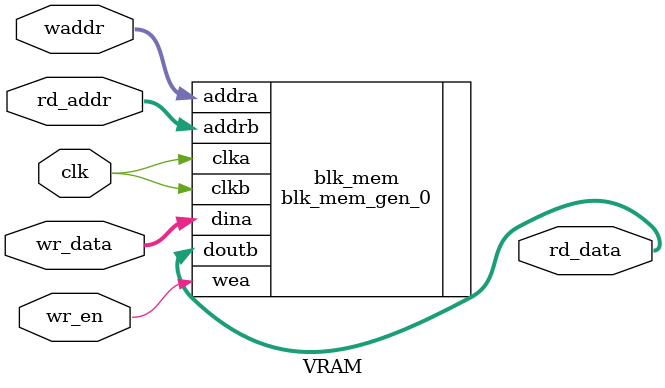
<source format=sv>
module VRAM(
input logic clk,
input logic[19:0] rd_addr,
input wr_en,
input logic[19:0] waddr,
input logic[7:0] wr_data,
output[7:0] rd_data
);




blk_mem_gen_0 blk_mem(
.clka(clk),
.addra(waddr),
.dina(wr_data),
.wea(wr_en),
.clkb(clk),
.addrb(rd_addr),
.doutb(rd_data)
);






endmodule
</source>
